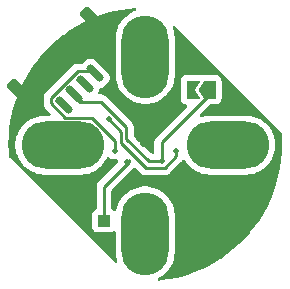
<source format=gbr>
%TF.GenerationSoftware,KiCad,Pcbnew,8.0.2*%
%TF.CreationDate,2024-07-18T23:51:49-05:00*%
%TF.ProjectId,MT6701,4d543637-3031-42e6-9b69-6361645f7063,rev?*%
%TF.SameCoordinates,Original*%
%TF.FileFunction,Copper,L2,Bot*%
%TF.FilePolarity,Positive*%
%FSLAX46Y46*%
G04 Gerber Fmt 4.6, Leading zero omitted, Abs format (unit mm)*
G04 Created by KiCad (PCBNEW 8.0.2) date 2024-07-18 23:51:49*
%MOMM*%
%LPD*%
G01*
G04 APERTURE LIST*
G04 Aperture macros list*
%AMRoundRect*
0 Rectangle with rounded corners*
0 $1 Rounding radius*
0 $2 $3 $4 $5 $6 $7 $8 $9 X,Y pos of 4 corners*
0 Add a 4 corners polygon primitive as box body*
4,1,4,$2,$3,$4,$5,$6,$7,$8,$9,$2,$3,0*
0 Add four circle primitives for the rounded corners*
1,1,$1+$1,$2,$3*
1,1,$1+$1,$4,$5*
1,1,$1+$1,$6,$7*
1,1,$1+$1,$8,$9*
0 Add four rect primitives between the rounded corners*
20,1,$1+$1,$2,$3,$4,$5,0*
20,1,$1+$1,$4,$5,$6,$7,0*
20,1,$1+$1,$6,$7,$8,$9,0*
20,1,$1+$1,$8,$9,$2,$3,0*%
%AMFreePoly0*
4,1,6,1.000000,0.000000,0.500000,-0.750000,-0.500000,-0.750000,-0.500000,0.750000,0.500000,0.750000,1.000000,0.000000,1.000000,0.000000,$1*%
%AMFreePoly1*
4,1,6,0.500000,-0.750000,-0.650000,-0.750000,-0.150000,0.000000,-0.650000,0.750000,0.500000,0.750000,0.500000,-0.750000,0.500000,-0.750000,$1*%
G04 Aperture macros list end*
%TA.AperFunction,ComponentPad*%
%ADD10O,7.000000X4.000000*%
%TD*%
%TA.AperFunction,ComponentPad*%
%ADD11O,4.000000X7.000000*%
%TD*%
%TA.AperFunction,SMDPad,CuDef*%
%ADD12R,1.000000X1.000000*%
%TD*%
%TA.AperFunction,SMDPad,CuDef*%
%ADD13FreePoly0,180.000000*%
%TD*%
%TA.AperFunction,SMDPad,CuDef*%
%ADD14FreePoly1,180.000000*%
%TD*%
%TA.AperFunction,SMDPad,CuDef*%
%ADD15RoundRect,0.150000X0.388909X-0.601041X0.601041X-0.388909X-0.388909X0.601041X-0.601041X0.388909X0*%
%TD*%
%TA.AperFunction,SMDPad,CuDef*%
%ADD16RoundRect,0.250000X0.601041X-0.954594X0.954594X-0.601041X-0.601041X0.954594X-0.954594X0.601041X0*%
%TD*%
%TA.AperFunction,ViaPad*%
%ADD17C,0.500000*%
%TD*%
%TA.AperFunction,Conductor*%
%ADD18C,0.250000*%
%TD*%
G04 APERTURE END LIST*
D10*
%TO.P,REF\u002A\u002A,1*%
%TO.N,N/C*%
X143000000Y-150050000D03*
D11*
X150000000Y-142550000D03*
X150000000Y-157550000D03*
D10*
X157000000Y-150050000D03*
%TD*%
D12*
%TO.P,TP1,1,1*%
%TO.N,Net-(U1-PUSH)*%
X146500000Y-156450000D03*
%TD*%
D13*
%TO.P,JP1,1,A*%
%TO.N,/VDD{slash}CSN*%
X155450000Y-145350000D03*
D14*
%TO.P,JP1,2,B*%
%TO.N,+5V*%
X154000000Y-145350000D03*
%TD*%
D15*
%TO.P,J1,1,Pin_1*%
%TO.N,+5V*%
X143090381Y-146625914D03*
%TO.P,J1,2,Pin_2*%
%TO.N,/VDD{slash}CSN*%
X143974264Y-145742031D03*
%TO.P,J1,3,Pin_3*%
%TO.N,/SCL{slash}CLK*%
X144858148Y-144858148D03*
%TO.P,J1,4,Pin_4*%
%TO.N,/SDA{slash}DO*%
X145742031Y-143974264D03*
%TO.P,J1,5,Pin_5*%
%TO.N,GND*%
X146625914Y-143090381D03*
D16*
%TO.P,J1,MP*%
X139519491Y-145671320D03*
X145671320Y-139519491D03*
%TD*%
D17*
%TO.N,/SCL{slash}CLK*%
X146900000Y-147850000D03*
X152600000Y-150560000D03*
X144408148Y-144558148D03*
%TO.N,GND*%
X149500000Y-149500000D03*
X146200000Y-142850000D03*
X149591197Y-147241197D03*
X153250000Y-142350000D03*
X140200000Y-146250000D03*
X150500000Y-150500000D03*
X146350000Y-140200000D03*
X150500000Y-149500000D03*
X149771006Y-149987122D03*
%TO.N,/SDA{slash}DO*%
X147400000Y-150510000D03*
%TO.N,/VDD{slash}CSN*%
X151400000Y-151400000D03*
%TO.N,+5V*%
X142640381Y-146325914D03*
X153995098Y-145349976D03*
%TO.N,Net-(U1-PUSH)*%
X148475000Y-151441097D03*
%TD*%
D18*
%TO.N,/SCL{slash}CLK*%
X151638173Y-151975000D02*
X152600000Y-151013173D01*
X152600000Y-151013173D02*
X152600000Y-150560000D01*
X147950000Y-149886396D02*
X150038604Y-151975000D01*
X150038604Y-151975000D02*
X151638173Y-151975000D01*
X146900000Y-147850000D02*
X147950000Y-148900000D01*
X147950000Y-148900000D02*
X147950000Y-149886396D01*
%TO.N,/SDA{slash}DO*%
X144275426Y-143779169D02*
X142011402Y-146043193D01*
X145742031Y-143974264D02*
X145546936Y-143779169D01*
X147400000Y-150510000D02*
X147400000Y-149661953D01*
X142011402Y-146043193D02*
X142011402Y-146510108D01*
X142011402Y-146510108D02*
X143226294Y-147725000D01*
X145546936Y-143779169D02*
X144275426Y-143779169D01*
X145463047Y-147725000D02*
X147400000Y-149661953D01*
X143226294Y-147725000D02*
X145463047Y-147725000D01*
%TO.N,/VDD{slash}CSN*%
X148400000Y-148536827D02*
X146238173Y-146375000D01*
X150300000Y-151400000D02*
X148400000Y-149500000D01*
X151400000Y-149816554D02*
X155450000Y-145766554D01*
X155450000Y-145766554D02*
X155450000Y-145350000D01*
X144457233Y-146375000D02*
X143524264Y-145442031D01*
X144607233Y-146375000D02*
X143974264Y-145742031D01*
X146238173Y-146375000D02*
X144607233Y-146375000D01*
X151400000Y-151400000D02*
X151400000Y-149816554D01*
X151400000Y-151400000D02*
X150300000Y-151400000D01*
X148400000Y-149500000D02*
X148400000Y-148536827D01*
%TO.N,Net-(U1-PUSH)*%
X146500000Y-153600000D02*
X146500000Y-156450000D01*
X148650000Y-151450000D02*
X146500000Y-153600000D01*
X148650000Y-151274999D02*
X148650000Y-151450000D01*
%TD*%
%TA.AperFunction,Conductor*%
%TO.N,GND*%
G36*
X149194624Y-138461635D02*
G01*
X149244842Y-138510215D01*
X149260824Y-138578232D01*
X149237496Y-138644092D01*
X149182264Y-138686885D01*
X149177966Y-138688479D01*
X149041585Y-138736201D01*
X148788557Y-138858053D01*
X148550753Y-139007476D01*
X148331175Y-139182583D01*
X148132583Y-139381175D01*
X147957476Y-139600753D01*
X147808053Y-139838557D01*
X147686200Y-140091588D01*
X147593443Y-140356670D01*
X147593439Y-140356682D01*
X147530945Y-140630487D01*
X147530942Y-140630505D01*
X147499500Y-140909568D01*
X147499500Y-144190431D01*
X147530942Y-144469494D01*
X147530945Y-144469512D01*
X147593439Y-144743317D01*
X147593443Y-144743329D01*
X147686200Y-145008411D01*
X147808053Y-145261442D01*
X147808055Y-145261445D01*
X147957477Y-145499248D01*
X148132584Y-145718825D01*
X148331175Y-145917416D01*
X148550752Y-146092523D01*
X148788555Y-146241945D01*
X149041592Y-146363801D01*
X149233727Y-146431032D01*
X149306670Y-146456556D01*
X149306682Y-146456560D01*
X149580491Y-146519055D01*
X149580497Y-146519055D01*
X149580505Y-146519057D01*
X149766547Y-146540018D01*
X149859569Y-146550499D01*
X149859572Y-146550500D01*
X149859575Y-146550500D01*
X150140428Y-146550500D01*
X150140429Y-146550499D01*
X150283055Y-146534429D01*
X150419494Y-146519057D01*
X150419499Y-146519056D01*
X150419509Y-146519055D01*
X150693318Y-146456560D01*
X150958408Y-146363801D01*
X151211445Y-146241945D01*
X151449248Y-146092523D01*
X151668825Y-145917416D01*
X151867416Y-145718825D01*
X152042523Y-145499248D01*
X152191945Y-145261445D01*
X152313801Y-145008408D01*
X152406560Y-144743318D01*
X152469055Y-144469509D01*
X152471778Y-144445347D01*
X152490295Y-144280996D01*
X152500500Y-144190425D01*
X152500500Y-140909575D01*
X152469055Y-140630491D01*
X152406560Y-140356682D01*
X152320351Y-140110313D01*
X152316790Y-140040536D01*
X152351518Y-139979909D01*
X152413511Y-139947681D01*
X152483087Y-139954086D01*
X152525074Y-139981679D01*
X161511077Y-148967682D01*
X161544562Y-149029005D01*
X161547008Y-149045557D01*
X161569780Y-149332622D01*
X161570118Y-149338922D01*
X161588974Y-150005465D01*
X161588969Y-150012672D01*
X161569081Y-150678784D01*
X161568656Y-150685979D01*
X161510104Y-151349766D01*
X161509263Y-151356924D01*
X161412239Y-152016223D01*
X161410983Y-152023319D01*
X161275821Y-152675861D01*
X161274154Y-152682873D01*
X161101311Y-153326450D01*
X161099240Y-153333354D01*
X160889298Y-153965797D01*
X160886830Y-153972568D01*
X160640494Y-154591761D01*
X160637636Y-154598378D01*
X160355745Y-155202202D01*
X160352508Y-155208641D01*
X160036012Y-155795069D01*
X160032406Y-155801310D01*
X159682363Y-156368375D01*
X159678400Y-156374395D01*
X159296023Y-156920137D01*
X159291718Y-156925917D01*
X158878264Y-157448542D01*
X158873630Y-157454062D01*
X158430519Y-157951774D01*
X158425572Y-157957015D01*
X157954284Y-158428150D01*
X157949041Y-158433096D01*
X157451177Y-158876054D01*
X157445655Y-158880686D01*
X156922915Y-159293955D01*
X156917134Y-159298259D01*
X156371237Y-159680481D01*
X156365215Y-159684441D01*
X155798064Y-160034282D01*
X155791823Y-160037886D01*
X155205278Y-160354200D01*
X155198837Y-160357435D01*
X154594934Y-160639123D01*
X154588317Y-160641979D01*
X153969038Y-160888117D01*
X153962266Y-160890583D01*
X153329755Y-161100320D01*
X153322851Y-161102389D01*
X152679206Y-161275026D01*
X152672193Y-161276690D01*
X152019621Y-161411639D01*
X152012524Y-161412893D01*
X151353196Y-161509702D01*
X151346037Y-161510541D01*
X151175774Y-161525504D01*
X151107269Y-161511764D01*
X151057067Y-161463168D01*
X151041107Y-161395146D01*
X151064457Y-161329293D01*
X151111118Y-161290260D01*
X151211439Y-161241948D01*
X151211439Y-161241947D01*
X151211445Y-161241945D01*
X151449248Y-161092523D01*
X151668825Y-160917416D01*
X151867416Y-160718825D01*
X152042523Y-160499248D01*
X152191945Y-160261445D01*
X152313801Y-160008408D01*
X152406560Y-159743318D01*
X152469055Y-159469509D01*
X152500500Y-159190425D01*
X152500500Y-155909575D01*
X152469055Y-155630491D01*
X152406560Y-155356682D01*
X152313801Y-155091592D01*
X152191945Y-154838555D01*
X152042523Y-154600752D01*
X151867416Y-154381175D01*
X151668825Y-154182584D01*
X151449248Y-154007477D01*
X151211445Y-153858055D01*
X151211442Y-153858053D01*
X150958411Y-153736200D01*
X150693329Y-153643443D01*
X150693317Y-153643439D01*
X150419512Y-153580945D01*
X150419494Y-153580942D01*
X150140431Y-153549500D01*
X150140425Y-153549500D01*
X149859575Y-153549500D01*
X149859568Y-153549500D01*
X149580505Y-153580942D01*
X149580487Y-153580945D01*
X149306682Y-153643439D01*
X149306670Y-153643443D01*
X149041588Y-153736200D01*
X148788557Y-153858053D01*
X148550753Y-154007476D01*
X148331175Y-154182583D01*
X148132583Y-154381175D01*
X147957476Y-154600753D01*
X147808053Y-154838557D01*
X147686200Y-155091588D01*
X147593443Y-155356670D01*
X147593440Y-155356678D01*
X147555513Y-155522850D01*
X147521404Y-155583828D01*
X147459743Y-155616686D01*
X147390105Y-155610991D01*
X147360311Y-155594524D01*
X147242332Y-155506204D01*
X147206164Y-155492714D01*
X147150231Y-155450841D01*
X147125816Y-155385376D01*
X147125500Y-155376533D01*
X147125500Y-153910451D01*
X147145185Y-153843412D01*
X147161814Y-153822775D01*
X148994122Y-151990466D01*
X149055443Y-151956983D01*
X149125135Y-151961967D01*
X149169482Y-151990468D01*
X149549620Y-152370606D01*
X149549649Y-152370637D01*
X149639868Y-152460856D01*
X149639871Y-152460858D01*
X149691094Y-152495084D01*
X149742318Y-152529312D01*
X149822811Y-152562652D01*
X149856152Y-152576463D01*
X149916575Y-152588481D01*
X149976997Y-152600500D01*
X151699780Y-152600500D01*
X151760202Y-152588481D01*
X151820625Y-152576463D01*
X151820628Y-152576461D01*
X151820631Y-152576461D01*
X151853960Y-152562654D01*
X151853959Y-152562654D01*
X151853965Y-152562652D01*
X151934459Y-152529312D01*
X151985682Y-152495084D01*
X151985684Y-152495083D01*
X151998444Y-152486556D01*
X152036906Y-152460858D01*
X152124031Y-152373733D01*
X152124032Y-152373731D01*
X152131098Y-152366665D01*
X152131101Y-152366661D01*
X152998729Y-151499033D01*
X152998733Y-151499031D01*
X153085858Y-151411906D01*
X153142794Y-151326695D01*
X153196404Y-151281891D01*
X153265729Y-151273184D01*
X153328757Y-151303338D01*
X153350889Y-151329615D01*
X153457477Y-151499248D01*
X153632584Y-151718825D01*
X153831175Y-151917416D01*
X154050752Y-152092523D01*
X154288555Y-152241945D01*
X154541592Y-152363801D01*
X154740680Y-152433465D01*
X154806670Y-152456556D01*
X154806682Y-152456560D01*
X155080491Y-152519055D01*
X155080497Y-152519055D01*
X155080505Y-152519057D01*
X155266547Y-152540018D01*
X155359569Y-152550499D01*
X155359572Y-152550500D01*
X155359575Y-152550500D01*
X158640428Y-152550500D01*
X158640429Y-152550499D01*
X158783055Y-152534429D01*
X158919494Y-152519057D01*
X158919499Y-152519056D01*
X158919509Y-152519055D01*
X159193318Y-152456560D01*
X159458408Y-152363801D01*
X159711445Y-152241945D01*
X159949248Y-152092523D01*
X160168825Y-151917416D01*
X160367416Y-151718825D01*
X160542523Y-151499248D01*
X160691945Y-151261445D01*
X160813801Y-151008408D01*
X160906560Y-150743318D01*
X160969055Y-150469509D01*
X161000500Y-150190425D01*
X161000500Y-149909575D01*
X160969056Y-149630503D01*
X160969054Y-149630487D01*
X160906560Y-149356682D01*
X160906556Y-149356670D01*
X160878758Y-149277229D01*
X160813801Y-149091592D01*
X160691945Y-148838555D01*
X160542523Y-148600752D01*
X160367416Y-148381175D01*
X160168825Y-148182584D01*
X160162689Y-148177691D01*
X160003781Y-148050966D01*
X159949248Y-148007477D01*
X159711445Y-147858055D01*
X159711442Y-147858053D01*
X159458411Y-147736200D01*
X159193329Y-147643443D01*
X159193317Y-147643439D01*
X158919512Y-147580945D01*
X158919494Y-147580942D01*
X158640431Y-147549500D01*
X158640425Y-147549500D01*
X155359575Y-147549500D01*
X155359568Y-147549500D01*
X155080505Y-147580942D01*
X155080487Y-147580945D01*
X154806682Y-147643439D01*
X154806678Y-147643440D01*
X154782650Y-147651848D01*
X154712871Y-147655408D01*
X154652245Y-147620677D01*
X154620020Y-147558682D01*
X154626427Y-147489107D01*
X154654015Y-147447127D01*
X155459325Y-146641819D01*
X155520648Y-146608334D01*
X155547006Y-146605500D01*
X155950000Y-146605500D01*
X156021940Y-146600355D01*
X156159992Y-146559819D01*
X156281032Y-146482031D01*
X156375254Y-146373294D01*
X156435024Y-146242416D01*
X156455500Y-146100000D01*
X156455500Y-144600000D01*
X156450355Y-144528060D01*
X156409819Y-144390008D01*
X156332031Y-144268968D01*
X156273173Y-144217967D01*
X156223299Y-144174750D01*
X156223297Y-144174748D01*
X156223294Y-144174746D01*
X156223290Y-144174744D01*
X156092419Y-144114976D01*
X156092414Y-144114975D01*
X155950000Y-144094500D01*
X154950000Y-144094500D01*
X154949984Y-144094500D01*
X154886481Y-144098506D01*
X154875613Y-144101499D01*
X154839889Y-144111340D01*
X154789316Y-144114530D01*
X154650000Y-144094500D01*
X153500000Y-144094500D01*
X153499997Y-144094500D01*
X153428059Y-144099644D01*
X153290005Y-144140182D01*
X153168969Y-144217967D01*
X153168965Y-144217971D01*
X153074750Y-144326700D01*
X153074744Y-144326709D01*
X153014976Y-144457580D01*
X153014975Y-144457585D01*
X152994500Y-144599999D01*
X152994500Y-146100002D01*
X152999644Y-146171940D01*
X153040182Y-146309994D01*
X153117967Y-146431030D01*
X153117971Y-146431034D01*
X153219551Y-146519054D01*
X153226706Y-146525254D01*
X153267174Y-146543735D01*
X153357580Y-146585023D01*
X153357583Y-146585023D01*
X153357584Y-146585024D01*
X153452796Y-146598713D01*
X153516352Y-146627738D01*
X153554127Y-146686515D01*
X153554127Y-146756385D01*
X153522831Y-146809132D01*
X152351552Y-147980411D01*
X151001270Y-149330693D01*
X151001267Y-149330696D01*
X150975293Y-149356670D01*
X150914142Y-149417820D01*
X150889760Y-149454311D01*
X150889759Y-149454310D01*
X150845686Y-149520270D01*
X150845685Y-149520272D01*
X150816759Y-149590107D01*
X150816759Y-149590110D01*
X150800035Y-149630487D01*
X150798537Y-149634103D01*
X150798535Y-149634110D01*
X150774500Y-149754943D01*
X150774500Y-150650500D01*
X150754815Y-150717539D01*
X150702011Y-150763294D01*
X150650500Y-150774500D01*
X150610452Y-150774500D01*
X150543413Y-150754815D01*
X150522771Y-150738181D01*
X149061819Y-149277229D01*
X149028334Y-149215906D01*
X149025500Y-149189548D01*
X149025500Y-148475220D01*
X149025499Y-148475216D01*
X149001463Y-148354375D01*
X148970371Y-148279312D01*
X148954312Y-148240541D01*
X148912315Y-148177690D01*
X148885858Y-148138094D01*
X148885855Y-148138090D01*
X148795637Y-148047872D01*
X148795606Y-148047843D01*
X146728371Y-145980608D01*
X146728351Y-145980586D01*
X146636906Y-145889141D01*
X146585682Y-145854915D01*
X146534460Y-145820689D01*
X146534459Y-145820688D01*
X146534456Y-145820686D01*
X146534453Y-145820685D01*
X146447108Y-145784506D01*
X146447108Y-145784507D01*
X146447106Y-145784506D01*
X146420625Y-145773537D01*
X146360202Y-145761518D01*
X146299783Y-145749500D01*
X146299780Y-145749500D01*
X146299779Y-145749500D01*
X146134961Y-145749500D01*
X146067922Y-145729815D01*
X146022167Y-145677011D01*
X146012223Y-145607853D01*
X146026298Y-145565764D01*
X146034878Y-145550155D01*
X146068815Y-145488425D01*
X146109689Y-145329234D01*
X146109689Y-145329233D01*
X146111629Y-145321678D01*
X146113852Y-145322248D01*
X146137156Y-145268798D01*
X146195273Y-145230015D01*
X146205568Y-145227775D01*
X146205561Y-145227745D01*
X146213117Y-145225805D01*
X146372308Y-145184931D01*
X146444320Y-145145342D01*
X146516330Y-145105755D01*
X146516331Y-145105754D01*
X146516333Y-145105753D01*
X146532145Y-145092248D01*
X146544457Y-145081733D01*
X146849500Y-144776690D01*
X146860015Y-144764378D01*
X146873520Y-144748566D01*
X146952698Y-144604541D01*
X146993572Y-144445350D01*
X146993572Y-144280996D01*
X146952698Y-144121805D01*
X146952697Y-144121804D01*
X146952697Y-144121802D01*
X146873521Y-143977781D01*
X146873519Y-143977778D01*
X146849500Y-143949654D01*
X145766640Y-142866794D01*
X145738516Y-142842775D01*
X145738513Y-142842773D01*
X145594492Y-142763597D01*
X145435301Y-142722723D01*
X145435299Y-142722723D01*
X145270945Y-142722723D01*
X145270942Y-142722723D01*
X145111758Y-142763595D01*
X145111750Y-142763598D01*
X144967731Y-142842772D01*
X144939604Y-142866794D01*
X144939593Y-142866805D01*
X144689050Y-143117350D01*
X144627727Y-143150835D01*
X144601369Y-143153669D01*
X144213814Y-143153669D01*
X144092981Y-143177704D01*
X144092973Y-143177706D01*
X143979142Y-143224856D01*
X143876691Y-143293311D01*
X143876688Y-143293314D01*
X142161596Y-145008408D01*
X141612671Y-145557333D01*
X141612669Y-145557335D01*
X141569106Y-145600897D01*
X141525544Y-145644459D01*
X141501513Y-145680425D01*
X141501512Y-145680426D01*
X141457092Y-145746901D01*
X141457088Y-145746909D01*
X141433591Y-145803637D01*
X141433592Y-145803638D01*
X141426530Y-145820689D01*
X141413723Y-145851608D01*
X141413720Y-145851614D01*
X141409940Y-145860737D01*
X141409937Y-145860748D01*
X141392382Y-145949007D01*
X141392382Y-145949008D01*
X141385902Y-145981584D01*
X141385902Y-145981587D01*
X141385902Y-146571714D01*
X141405707Y-146671286D01*
X141406869Y-146677126D01*
X141409940Y-146692563D01*
X141457087Y-146806388D01*
X141457092Y-146806397D01*
X141491316Y-146857615D01*
X141491317Y-146857617D01*
X141525543Y-146908841D01*
X141616988Y-147000286D01*
X141617010Y-147000306D01*
X141954523Y-147337819D01*
X141988008Y-147399142D01*
X141983024Y-147468834D01*
X141941152Y-147524767D01*
X141875688Y-147549184D01*
X141866842Y-147549500D01*
X141359568Y-147549500D01*
X141080505Y-147580942D01*
X141080487Y-147580945D01*
X140806682Y-147643439D01*
X140806670Y-147643443D01*
X140541588Y-147736200D01*
X140288557Y-147858053D01*
X140050753Y-148007476D01*
X139831175Y-148182583D01*
X139632583Y-148381175D01*
X139457476Y-148600753D01*
X139308053Y-148838557D01*
X139186200Y-149091588D01*
X139093443Y-149356670D01*
X139093439Y-149356682D01*
X139030945Y-149630487D01*
X139030942Y-149630505D01*
X138999500Y-149909568D01*
X138999500Y-150190431D01*
X139030942Y-150469494D01*
X139030945Y-150469512D01*
X139093439Y-150743317D01*
X139093443Y-150743329D01*
X139186200Y-151008411D01*
X139308053Y-151261442D01*
X139308055Y-151261445D01*
X139457477Y-151499248D01*
X139632584Y-151718825D01*
X139831175Y-151917416D01*
X140050752Y-152092523D01*
X140288555Y-152241945D01*
X140541592Y-152363801D01*
X140740680Y-152433465D01*
X140806670Y-152456556D01*
X140806682Y-152456560D01*
X141080491Y-152519055D01*
X141080497Y-152519055D01*
X141080505Y-152519057D01*
X141266547Y-152540018D01*
X141359569Y-152550499D01*
X141359572Y-152550500D01*
X141359575Y-152550500D01*
X144640428Y-152550500D01*
X144640429Y-152550499D01*
X144783055Y-152534429D01*
X144919494Y-152519057D01*
X144919499Y-152519056D01*
X144919509Y-152519055D01*
X145193318Y-152456560D01*
X145458408Y-152363801D01*
X145711445Y-152241945D01*
X145949248Y-152092523D01*
X146168825Y-151917416D01*
X146367416Y-151718825D01*
X146542523Y-151499248D01*
X146691945Y-151261445D01*
X146746345Y-151148481D01*
X146793167Y-151096622D01*
X146860594Y-151078309D01*
X146924038Y-151097290D01*
X146929109Y-151100476D01*
X146929110Y-151100477D01*
X147021172Y-151158324D01*
X147072307Y-151190454D01*
X147072305Y-151190454D01*
X147072309Y-151190455D01*
X147072310Y-151190456D01*
X147144913Y-151215860D01*
X147231943Y-151246314D01*
X147399997Y-151265249D01*
X147400000Y-151265249D01*
X147400003Y-151265249D01*
X147568059Y-151246313D01*
X147574849Y-151244764D01*
X147575494Y-151247590D01*
X147632268Y-151244662D01*
X147692914Y-151279359D01*
X147725174Y-151341335D01*
X147726728Y-151379163D01*
X147719751Y-151441091D01*
X147719751Y-151444296D01*
X147719165Y-151446290D01*
X147718971Y-151448015D01*
X147718668Y-151447980D01*
X147700066Y-151511335D01*
X147683432Y-151531977D01*
X146014144Y-153201264D01*
X146014138Y-153201272D01*
X145945692Y-153303705D01*
X145945684Y-153303719D01*
X145912347Y-153384207D01*
X145906823Y-153397543D01*
X145898537Y-153417545D01*
X145898535Y-153417553D01*
X145874500Y-153538389D01*
X145874500Y-155376533D01*
X145854815Y-155443572D01*
X145802011Y-155489327D01*
X145793836Y-155492714D01*
X145757665Y-155506205D01*
X145642455Y-155592452D01*
X145642452Y-155592455D01*
X145556206Y-155707664D01*
X145556202Y-155707671D01*
X145505908Y-155842517D01*
X145499501Y-155902116D01*
X145499500Y-155902135D01*
X145499500Y-156997870D01*
X145499501Y-156997876D01*
X145505908Y-157057483D01*
X145556202Y-157192328D01*
X145556206Y-157192335D01*
X145642452Y-157307544D01*
X145642455Y-157307547D01*
X145757664Y-157393793D01*
X145757671Y-157393797D01*
X145892517Y-157444091D01*
X145892516Y-157444091D01*
X145899444Y-157444835D01*
X145952127Y-157450500D01*
X147047872Y-157450499D01*
X147107483Y-157444091D01*
X147242331Y-157393796D01*
X147301189Y-157349734D01*
X147366652Y-157325317D01*
X147434925Y-157340168D01*
X147484331Y-157389573D01*
X147499500Y-157449001D01*
X147499500Y-159190431D01*
X147530942Y-159469494D01*
X147530945Y-159469512D01*
X147593439Y-159743317D01*
X147593440Y-159743319D01*
X147627661Y-159841117D01*
X147631222Y-159910895D01*
X147596493Y-159971523D01*
X147534500Y-160003750D01*
X147464924Y-159997345D01*
X147422938Y-159969752D01*
X138489230Y-151036044D01*
X138455745Y-150974721D01*
X138453303Y-150958209D01*
X138451362Y-150933841D01*
X138430435Y-150671117D01*
X138430097Y-150664884D01*
X138411023Y-149998278D01*
X138411026Y-149991080D01*
X138430699Y-149324960D01*
X138431120Y-149317786D01*
X138434190Y-149282853D01*
X138489461Y-148653931D01*
X138490293Y-148646837D01*
X138587111Y-147987441D01*
X138588354Y-147980411D01*
X138723312Y-147327793D01*
X138724973Y-147320793D01*
X138746874Y-147239141D01*
X138897616Y-146677126D01*
X138899672Y-146670266D01*
X139109419Y-146037724D01*
X139111882Y-146030961D01*
X139358026Y-145411667D01*
X139360869Y-145405080D01*
X139642575Y-144801138D01*
X139645786Y-144794745D01*
X139962129Y-144208147D01*
X139965699Y-144201964D01*
X140315573Y-143634759D01*
X140319502Y-143628785D01*
X140701744Y-143082858D01*
X140706044Y-143077084D01*
X141119338Y-142554313D01*
X141123919Y-142548852D01*
X141566922Y-142050937D01*
X141571849Y-142045715D01*
X142042984Y-141574427D01*
X142048210Y-141569493D01*
X142545948Y-141126359D01*
X142551446Y-141121744D01*
X143074093Y-140708272D01*
X143079851Y-140703983D01*
X143625612Y-140321593D01*
X143631615Y-140317641D01*
X144198698Y-139967587D01*
X144204920Y-139963992D01*
X144791368Y-139647485D01*
X144797786Y-139644259D01*
X145401652Y-139362349D01*
X145408207Y-139359518D01*
X146027453Y-139113160D01*
X146034179Y-139110709D01*
X146666674Y-138900750D01*
X146673528Y-138898694D01*
X147317126Y-138725844D01*
X147324128Y-138724180D01*
X147976692Y-138589013D01*
X147983763Y-138587762D01*
X148643085Y-138490734D01*
X148650223Y-138489896D01*
X149126116Y-138447918D01*
X149194624Y-138461635D01*
G37*
%TD.AperFunction*%
%TD*%
M02*

</source>
